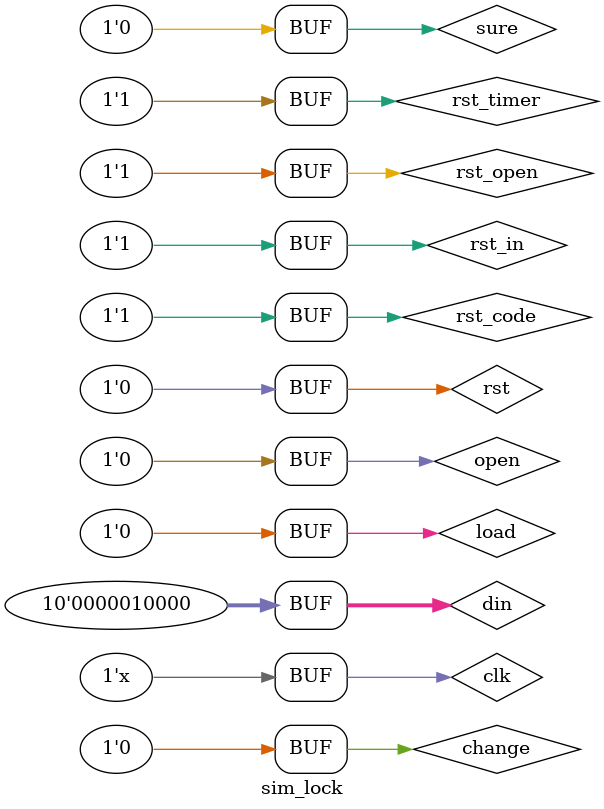
<source format=v>
`timescale 1ns / 1ps


module sim_lock;
reg clk, rst_in, rst_code, rst_open, load, change, open, rst, rst_timer;
reg [9:0] din;
reg sure;
wire succ, fail, locked, open_now, change_now;
wire change_succ;
wire [2:0] rest_times;
initial begin
    clk = 0;
    rst_timer = 0;
    rst = 0;
    rst_code = 0;
    rst_in = 0;
    rst_open = 0;
    load = 0;
    change = 0;
    
    sure = 0;
    open = 0;
    #10 rst_code = 1; rst_in = 1; rst_open = 1; rst_timer = 1;
    #10 rst_code = 0; rst_in = 0; rst_open = 0; rst_timer = 1;
    #10 rst_code = 1; rst_in = 1; rst_open = 1; rst_timer = 1;
    #50
    // #10 rst_code = 1; rst_in = 1;
    
    // Ä¬ÈÏÃÜÂëÎª0000
    #10 change = 1;
    // ³õÊ¼»¯ÃÜÂë

    #10 rst_code = 0;
    #10 rst_code = 1;
    #10 din = 10'b00_0000_0000;
    #10 load = 1;
    #10  load = 0;
        #10 din = 10'b00_0000_0000;
    #10 load = 1;
    #10  load = 0;
        #10 din = 10'b00_0000_0000;
    #10 load = 1;
    #10  load = 0;
        #10 din = 10'b00_0000_0000;
    #10 load = 1;
    #10  load = 0;
    
    // 1
    #10 din = 10'b00_0001_0000;
    #10 load = 1;
    #10  load = 0;

    // 2
    #10 din = 10'b00_0001_0000;
    #10 load = 1;
    #10  load = 0;
    // 3
    #10 din = 10'b00_0001_0000;
    #10 load = 1;
    #10  load = 0;
    // 4
    #10 din = 10'b00_0001_0000;
    #10 load = 1;
    #10  load = 0;
    // set password 
//    #20 change = 1;
//    #10 change = 0;
    #20 sure = 1;
    #20 sure = 0;
    #10 change = 0;
    #20 rst = 1;
    #20 rst = 0;

    #100
    // -------------------------------- open
     // 1

    
  #10 rst_open = 0;
  #10 rst_open = 1;
    #10 open = 1;

   #10 rst_in = 0;
    #10 rst_in = 1;
    #10 din = 10'b00_0001_0000;
    #10 load = 1;
    #10  load = 0;
    // 2
    #10 din = 10'b00_0001_0000;
    #10 load = 1;
    #10  load = 0;
    // 3
    #10 din = 10'b00_0001_0000;
    #10 load = 1;
    #10  load = 0;
    // 4
    #10 din = 10'b00_0001_0000;
    #10 load = 1;
    #10  load = 0;
    // open 
//    #20 open = 1;
//    #10 open = 0;
    #20 sure = 1;
    #20 sure = 0;

    #50 rst_open = 0;
    #50 rst_open = 1;
    #10 open = 0;
    #100
    
    // wrong password
     // 1
    #10 open = 1;

    #10 rst_in = 0;
    #10 rst_in = 1;
    #10 din = 10'b00_0001_0000;
    #10 load = 1;
    #10  load = 0;
    // 2
    #10 din = 10'b00_0010_0000;
    #10 load = 1;
    #10  load = 0;
    // 3
    #10 din = 10'b00_0001_0000;
    #10 load = 1;
    #10  load = 0;
    // 4
    #10 din = 10'b00_0001_0000;
    #10 load = 1;
    #10  load = 0;

    #20 sure = 1;
    #20 sure = 0;
    #100
    #10 rst_in = 0;
    #10 rst_in = 1;
    #10 din = 10'b00_0001_0000;
    #10 load = 1;
    #10  load = 0;
    // 2
    #10 din = 10'b00_0010_0000;
    #10 load = 1;
    #10  load = 0;
    // 3
    #10 din = 10'b00_0001_0000;
    #10 load = 1;
    #10  load = 0;
    // 4
    #10 din = 10'b00_0001_0000;
    #10 load = 1;
    #10  load = 0;
    // open 
//    #20 open = 1;
//    #10 open = 0;
    #20 sure = 1;
    #20 sure = 0;
        
    #100
    #10 rst_in = 0;
    #10 rst_in = 1;
    #10 din = 10'b00_0001_0000;
    #10 load = 1;
    #10  load = 0;
    // 2
    #10 din = 10'b00_0010_0000;
    #10 load = 1;
    #10  load = 0;
    // 3
    #10 din = 10'b00_0001_0000;
    #10 load = 1;
    #10  load = 0;
    // 4
    #10 din = 10'b00_0001_0000;
    #10 load = 1;
    #10  load = 0;
    // open 
//    #20 open = 1;
//    #10 open = 0;
    #20 sure = 1;
    #20 sure = 0;
    
    #100
    #10 rst_in = 0;
    #10 rst_in = 1;
    #10 din = 10'b00_0001_0000;
    #10 load = 1;
    #10  load = 0;
    // 2
    #10 din = 10'b00_0010_0000;
    #10 load = 1;
    #10  load = 0;
    // 3
    #10 din = 10'b00_0001_0000;
    #10 load = 1;
    #10  load = 0;
    // 4
    #10 din = 10'b00_0001_0000;
    #10 load = 1;
    #10  load = 0;
    // open 
//    #20 open = 1;
//    #10 open = 0;
    #20 sure = 1;
    #20 sure = 0;
    
    #100
    #10 rst_in = 0;
    #10 rst_in = 1;
    #10 din = 10'b00_0001_0000;
    #10 load = 1;
    #10  load = 0;
    // 2
    #10 din = 10'b00_0010_0000;
    #10 load = 1;
    #10  load = 0;
    // 3
    #10 din = 10'b00_0001_0000;
    #10 load = 1;
    #10  load = 0;
    // 4
    #10 din = 10'b00_0001_0000;
    #10 load = 1;
    #10  load = 0;
    // open 
//    #20 open = 1;
//    #10 open = 0;
    #20 sure = 1;
    #20 sure = 0;
    
    #100
    #10 rst_in = 0;
    #10 rst_in = 1;
    #10 din = 10'b00_0001_0000;
    #10 load = 1;
    #10  load = 0;
    // 2
    #10 din = 10'b00_0010_0000;
    #10 load = 1;
    #10  load = 0;
    // 3
    #10 din = 10'b00_0001_0000;
    #10 load = 1;
    #10  load = 0;
    // 4
    #10 din = 10'b00_0001_0000;
    #10 load = 1;
    #10  load = 0;
    // open 
//    #20 open = 1;
//    #10 open = 0;
    #20 sure = 1;
    #20 sure = 0;
    
    #100
    #10 rst_in = 0;
    #10 rst_in = 1;
    #10 din = 10'b00_0001_0000;
    #10 load = 1;
    #10  load = 0;
    // 2
    #10 din = 10'b00_0010_0000;
    #10 load = 1;
    #10  load = 0;
    // 3
    #10 din = 10'b00_0001_0000;
    #10 load = 1;
    #10  load = 0;
    // 4
    #10 din = 10'b00_0001_0000;
    #10 load = 1;
    #10  load = 0;
    // open 
//    #20 open = 1;
//    #10 open = 0;
    #20 sure = 1;
    #20 sure = 0;
    #10 open = 0;
    #50 rst_open = 0;
    #50 rst_open = 1;
    

    #100

    // reset
    #10 change = 1;

    #10 rst_in = 0;
    #10 rst_in = 1;
    // ÑéÖ¤Ô­ÃÜÂë
     #10 din = 10'b00_1000_0000;
    #10 load = 1;
    #10  load = 0;
    // 2
    #10 din = 10'b00_0100_0000;
    #10 load = 1;
    #10  load = 0;
    // 3
    #10 din = 10'b00_0010_0000;
    #10 load = 1;
    #10  load = 0;
    // 4
    #10 din = 10'b00_0001_0000;
    #10 load = 1;
    #10  load = 0;
    // ÐÂÃÜÂë
    #10 din = 10'b00_1000_0000;
    #10 load = 1;
    #10  load = 0;
    // 2
    #10 din = 10'b00_0100_0000;
    #10 load = 1;
    #10  load = 0;
    // 3
    #10 din = 10'b00_0010_0000;
    #10 load = 1;
    #10  load = 0;
    // 4
    #10 din = 10'b00_0001_0000;
    #10 load = 1;
    #10  load = 0;
    #10 sure = 1;
    #10 sure = 0;

    //
    //Ô­ÃÜÂë
     // 
    #100
    #10 rst_in = 0;
    #10 rst_in = 1;
    #10 din = 10'b00_0001_0000;
    #10 load = 1;
    #10  load = 0;
    // 2
    #10 din = 10'b00_0001_0000;
    #10 load = 1;
    #10  load = 0;
    // 3
    #10 din = 10'b00_0001_0000;
    #10 load = 1;
    #10  load = 0;
    // 4
    #10 din = 10'b00_0001_0000;
    #10 load = 1;
    #10  load = 0;
    //
       // ÐÂÃÜÂë
    #10 din = 10'b00_1000_0000;
    #10 load = 1;
    #10  load = 0;
    // 2
    #10 din = 10'b00_0100_0000;
    #10 load = 1;
    #10  load = 0;
    // 3
    #10 din = 10'b00_0010_0000;
    #10 load = 1;
    #10  load = 0;
    // 4
    #10 din = 10'b00_0001_0000;
    #10 load = 1;
    #10  load = 0;
    #10 sure = 1;
    #10 sure = 0;
    #10 change = 0;
    #100
    // Ó¦¸ÃÐÞ¸Ä³É¹¦
    // ÔÙ´Î¿ªËø
    
    //Ö®Ç°µÄÃÜÂë£¬Ó¦¸Ã²»¶Ô
    #10 rst =1 ;
    #10 rst = 0;
    #10 open = 1;
    #10 rst_in = 0;
    #10 rst_in = 1;
    #10 din = 10'b00_0001_0000;
    #10 load = 1;
    #10  load = 0;
    // 2
    #10 din = 10'b00_0001_0000;
    #10 load = 1;
    #10  load = 0;
    // 3
    #10 din = 10'b00_0001_0000;
    #10 load = 1;
    #10  load = 0;
    // 4
    #10 din = 10'b00_0001_0000;
    #10 load = 1;
    #10  load = 0;
    #10 sure = 1;
    #10 sure = 0;
    #100
    // ÕýÈ·µÄÃÜÂë
    #10 rst_in = 0;
    #10 rst_in = 1; 
    #10 din = 10'b00_1000_0000;
    #10 load = 1;
    #10  load = 0;
    // 2
    #10 din = 10'b00_0100_0000;
    #10 load = 1;
    #10  load = 0;
    // 3
    #10 din = 10'b00_0010_0000;
    #10 load = 1;
    #10  load = 0;
    // 4
    #10 din = 10'b00_0001_0000;
    #10 load = 1;
    #10  load = 0;
    #10 sure = 1;
    #10 sure = 0;
    #10 open = 0;
end

always # 1 clk = ~clk;
Lock_status lock(
    clk, rst_in, rst_code, rst_open, rst_timer, rst, // ÏµÍ³Ê±ÖÓ£¬ÊäÈë¸´Î»£¬ÃÜÂë¸´Î»£¬¿ªËø¸´Î»£¬¼ÆÊ±Æ÷¸´Î»£¬×´Ì¬¸´Î»
    load, sure, change, open,   // Êý×Ö¼ÓÔØ£¬ ²Ù×÷È·ÈÏ£¬ÐÞ¸ÄÃÜÂë£¬¿ªËø²Ù×÷
    din, // ÊäÈëÊý×Ö
    succ, fail, locked, change_succ, rest_times, // ³É¹¦¿ªËøÐÅºÅ£¬¿ªËøÊ§°ÜÐÅºÅ£¬×ÔËøÐÅºÅ£¬ÐÞ¸ÄÃÜÂë³É¹¦ÐÅºÅ
    open_now, change_now // µ±Ç°´¦ÓÚ¿ªËø¹ý³Ì£¬µ±Ç°´¦ÓÚÐÞ¸ÄÃÜÂë¹ý³Ì
);
endmodule // 
</source>
